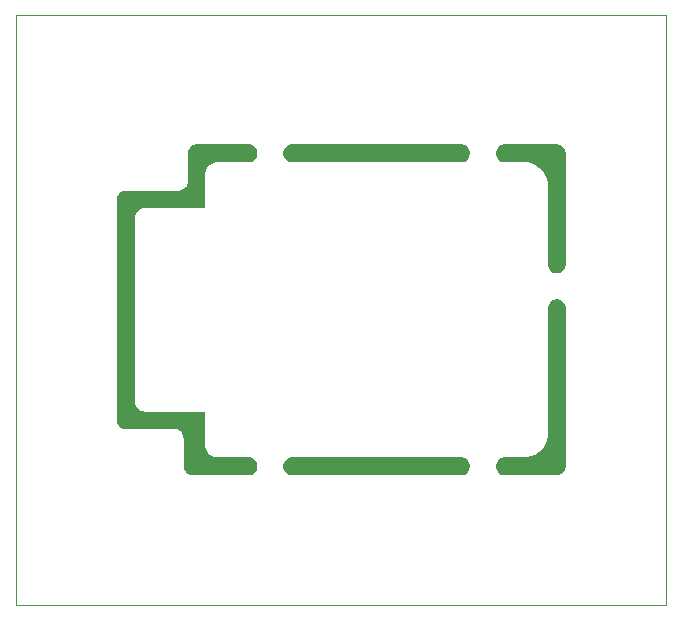
<source format=gbr>
%TF.GenerationSoftware,Altium Limited,Altium Designer,25.2.1 (25)*%
G04 Layer_Color=0*
%FSLAX45Y45*%
%MOMM*%
%TF.SameCoordinates,B7DAEB1B-2A83-4E2F-BFC4-A44EEF3E448A*%
%TF.FilePolarity,Positive*%
%TF.FileFunction,Profile,NP*%
%TF.Part,CustomerPanel*%
G01*
G75*
%TA.AperFunction,Profile*%
%ADD143C,0.02540*%
G36*
X4135000Y3750000D02*
X4125126D01*
X4106051Y3755111D01*
X4088949Y3764985D01*
X4074985Y3778948D01*
X4065111Y3796051D01*
X4060000Y3815126D01*
Y3834873D01*
X4065111Y3853949D01*
X4074985Y3871051D01*
X4088949Y3885015D01*
X4106051Y3894889D01*
X4125126Y3900000D01*
X4135000D01*
D01*
X4574999Y3900000D01*
X4582386Y3900000D01*
X4596876Y3897118D01*
X4610525Y3891464D01*
X4622809Y3883256D01*
X4633256Y3872810D01*
X4641464Y3860526D01*
X4647117Y3846876D01*
X4650000Y3832387D01*
X4649999Y3825000D01*
X4650000Y3825000D01*
X4650001Y2885000D01*
Y2875126D01*
X4644889Y2856051D01*
X4635015Y2838949D01*
X4621051Y2824985D01*
X4603949Y2815111D01*
X4584874Y2810000D01*
X4565127D01*
X4546051Y2815111D01*
X4528949Y2824985D01*
X4514985Y2838949D01*
X4505111Y2856051D01*
X4500000Y2875126D01*
Y2885000D01*
D01*
X4500000Y3550000D01*
X4499037Y3569603D01*
X4491388Y3608057D01*
X4476384Y3644279D01*
X4454602Y3676878D01*
X4426879Y3704602D01*
X4394280Y3726384D01*
X4358058Y3741388D01*
X4319605Y3749037D01*
X4300001Y3750000D01*
Y3750000D01*
X4135000Y3750000D01*
D02*
G37*
G36*
X2335000D02*
X2325126D01*
X2306051Y3755111D01*
X2288949Y3764985D01*
X2274985Y3778948D01*
X2265111Y3796051D01*
X2260000Y3815126D01*
Y3834873D01*
X2265111Y3853949D01*
X2274985Y3871051D01*
X2288949Y3885015D01*
X2306051Y3894889D01*
X2325126Y3900000D01*
X2335000D01*
D01*
X3765000D01*
X3774874D01*
X3793949Y3894889D01*
X3811051Y3885015D01*
X3825015Y3871051D01*
X3834889Y3853949D01*
X3840000Y3834874D01*
Y3815126D01*
X3834889Y3796051D01*
X3825015Y3778949D01*
X3811051Y3764985D01*
X3793949Y3755111D01*
X3774874Y3750000D01*
X3765000D01*
D01*
X2335000Y3750000D01*
D02*
G37*
G36*
X4135000Y1100000D02*
X4575000Y1100000D01*
X4582387Y1100000D01*
X4596877Y1102882D01*
X4610526Y1108536D01*
X4622810Y1116744D01*
X4633256Y1127190D01*
X4641464Y1139474D01*
X4647118Y1153123D01*
X4650000Y1167613D01*
Y1175000D01*
X4650000Y1175000D01*
X4650000Y2515000D01*
Y2524874D01*
X4644889Y2543949D01*
X4635015Y2561051D01*
X4621051Y2575015D01*
X4603949Y2584889D01*
X4584874Y2590000D01*
X4565126D01*
X4546051Y2584889D01*
X4528949Y2575015D01*
X4514985Y2561051D01*
X4505111Y2543949D01*
X4500000Y2524874D01*
Y2515000D01*
D01*
X4500000Y1450000D01*
X4499037Y1430396D01*
X4491389Y1391943D01*
X4476385Y1355720D01*
X4454603Y1323121D01*
X4426879Y1295398D01*
X4394280Y1273615D01*
X4358058Y1258612D01*
X4319605Y1250963D01*
X4300001Y1250000D01*
X4300001D01*
X4135000Y1250000D01*
X4125126D01*
X4106051Y1244889D01*
X4088949Y1235015D01*
X4074985Y1221051D01*
X4065111Y1203949D01*
X4060000Y1184874D01*
Y1165126D01*
X4065111Y1146051D01*
X4074985Y1128949D01*
X4088949Y1114985D01*
X4106051Y1105111D01*
X4125126Y1100000D01*
X4135000D01*
D01*
D02*
G37*
G36*
X2915000Y1100000D02*
X3765000D01*
X3774874D01*
X3793949Y1105111D01*
X3811051Y1114985D01*
X3825015Y1128949D01*
X3834889Y1146051D01*
X3840000Y1165126D01*
Y1184874D01*
X3834889Y1203949D01*
X3825015Y1221051D01*
X3811051Y1235015D01*
X3793949Y1244889D01*
X3774874Y1250000D01*
X3765000D01*
Y1250001D01*
X2335000Y1250000D01*
X2325126D01*
X2306051Y1244888D01*
X2288949Y1235014D01*
X2274985Y1221051D01*
X2265111Y1203948D01*
X2260000Y1184873D01*
Y1165126D01*
X2265111Y1146051D01*
X2274985Y1128948D01*
X2288949Y1114985D01*
X2306051Y1105111D01*
X2325126Y1100000D01*
X2335000D01*
D01*
X2915000Y1100000D01*
D02*
G37*
G36*
X925000Y1490000D02*
X917613D01*
X903123Y1492882D01*
X889474Y1498535D01*
X877190Y1506743D01*
X866744Y1517190D01*
X858536Y1529474D01*
X852882Y1543123D01*
X850000Y1557613D01*
X850000Y1565000D01*
Y1565000D01*
Y3435000D01*
X850000Y3442387D01*
X852882Y3456876D01*
X858536Y3470525D01*
X866744Y3482809D01*
X877190Y3493256D01*
X889474Y3501464D01*
X903123Y3507117D01*
X917613Y3510000D01*
X925000Y3509999D01*
X925000Y3510000D01*
X1375000Y3510000D01*
X1382351Y3510361D01*
X1396771Y3513229D01*
X1410355Y3518856D01*
X1422580Y3527024D01*
X1432976Y3537420D01*
X1441144Y3549645D01*
X1446771Y3563229D01*
X1449639Y3577648D01*
X1450000Y3585000D01*
X1450000Y3585000D01*
X1450000Y3825000D01*
X1450000Y3832387D01*
X1452882Y3846876D01*
X1458536Y3860526D01*
X1466743Y3872809D01*
X1477190Y3883256D01*
X1489474Y3891464D01*
X1503123Y3897117D01*
X1517613Y3900000D01*
X1525000Y3900000D01*
X1525000Y3900000D01*
X1965000Y3900000D01*
X1974874D01*
X1993949Y3894889D01*
X2011051Y3885015D01*
X2025014Y3871051D01*
X2034888Y3853949D01*
X2040000Y3834874D01*
Y3815126D01*
X2034888Y3796051D01*
X2025014Y3778949D01*
X2011051Y3764985D01*
X1993949Y3755111D01*
X1974874Y3750000D01*
X1965000D01*
D01*
X1700001D01*
X1690200Y3749519D01*
X1670973Y3745694D01*
X1652862Y3738192D01*
X1636562Y3727301D01*
X1622700Y3713439D01*
X1611809Y3697140D01*
X1604307Y3679028D01*
X1600483Y3659802D01*
X1600001Y3650000D01*
D01*
X1600000Y3365000D01*
X1100001Y3364999D01*
X1090199Y3364518D01*
X1070973Y3360694D01*
X1052861Y3353192D01*
X1036562Y3342301D01*
X1022700Y3328439D01*
X1011809Y3312139D01*
X1004307Y3294028D01*
X1000483Y3274801D01*
X1000001Y3265000D01*
Y3265000D01*
Y1735000D01*
X1000483Y1725198D01*
X1004307Y1705971D01*
X1011809Y1687860D01*
X1022700Y1671561D01*
X1036562Y1657699D01*
X1052861Y1646808D01*
X1070973Y1639306D01*
X1090199Y1635481D01*
X1100001Y1635000D01*
D01*
X1600000D01*
Y1350000D01*
X1600482Y1340198D01*
X1604306Y1320971D01*
X1611808Y1302860D01*
X1622700Y1286560D01*
X1636561Y1272698D01*
X1652861Y1261807D01*
X1670973Y1254306D01*
X1690199Y1250481D01*
X1700001Y1250000D01*
X1700001D01*
X1965000D01*
X1974874D01*
X1993949Y1244889D01*
X2011051Y1235015D01*
X2025014Y1221051D01*
X2034888Y1203949D01*
X2040000Y1184874D01*
Y1165126D01*
X2034888Y1146051D01*
X2025014Y1128949D01*
X2011051Y1114985D01*
X1993949Y1105111D01*
X1974874Y1100000D01*
X1965000D01*
D01*
X1489724Y1100000D01*
X1490000Y1100000D01*
X1482613D01*
X1468123Y1102882D01*
X1454474Y1108535D01*
X1442190Y1116743D01*
X1431743Y1127190D01*
X1423536Y1139474D01*
X1417882Y1153123D01*
X1415000Y1167613D01*
X1415000Y1175000D01*
Y1175000D01*
X1414999Y1415000D01*
X1414639Y1422351D01*
X1411770Y1436771D01*
X1406144Y1450355D01*
X1397976Y1462579D01*
X1387579Y1472976D01*
X1375354Y1481144D01*
X1361771Y1486770D01*
X1347351Y1489639D01*
X1340000Y1490000D01*
X1340000Y1490000D01*
X925000Y1490000D01*
D02*
G37*
D143*
X-2Y-5D02*
X5499998D01*
Y4999995D01*
X-2D01*
Y-5D01*
%TF.MD5,f01ab042a9d0915c88fa2aec6c07bd3d*%
M02*

</source>
